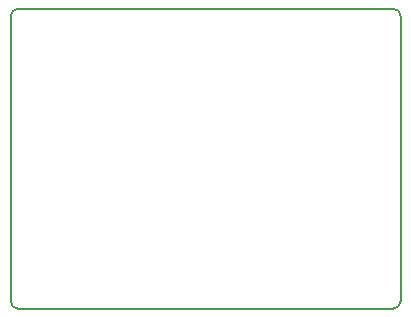
<source format=gbr>
G04 DipTrace 2.4.0.2*
%INBoardOutline.gbr*%
%MOIN*%
%ADD11C,0.0055*%
%FSLAX44Y44*%
G04*
G70*
G90*
G75*
G01*
%LNBoardOutline*%
%LPD*%
X-7390Y-5120D2*
D11*
X5110D1*
G03X5360Y-4870I0J250D01*
G01*
Y4630D1*
G03X5110Y4880I-250J0D01*
G01*
X-7390D1*
G03X-7640Y4630I0J-250D01*
G01*
Y-4870D1*
G03X-7390Y-5120I250J0D01*
G01*
M02*

</source>
